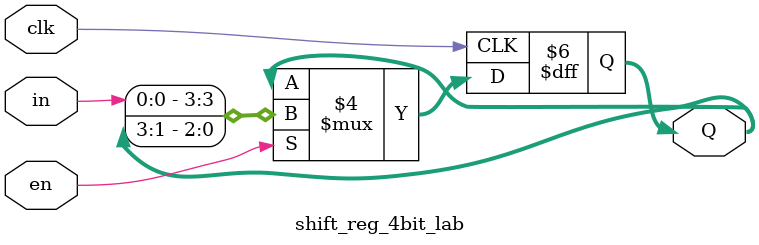
<source format=v>
module shift_reg_4bit_lab( in, en, Q, clk );

    parameter n = 4;
    input in, en, clk;
    output [n-1:0] Q;
    reg [n-1:0] Q;

    initial 
        Q = 4'd10;
    
    always @(posedge clk) begin
        if(en)
        begin
            Q = {in, Q[n-1:1]};
        end
    end
endmodule
</source>
